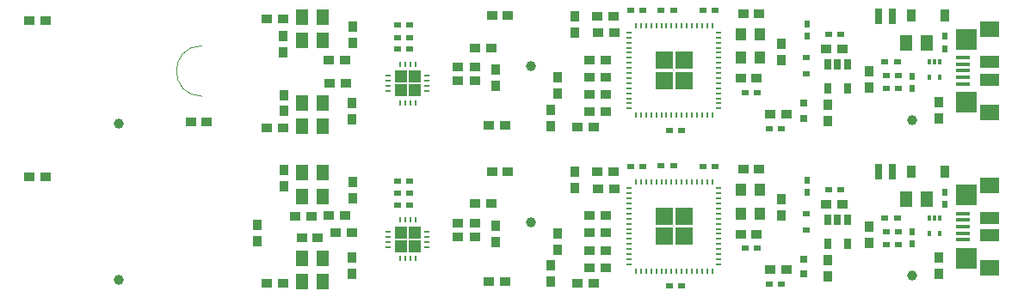
<source format=gtp>
G04*
G04 #@! TF.GenerationSoftware,Altium Limited,Altium Designer,19.1.9 (167)*
G04*
G04 Layer_Color=8421504*
%FSLAX24Y24*%
%MOIN*%
G70*
G01*
G75*
%ADD10C,0.0040*%
%ADD13R,0.0413X0.0512*%
%ADD14C,0.0394*%
%ADD15R,0.0256X0.0433*%
%ADD16R,0.0394X0.0374*%
%ADD17R,0.0374X0.0394*%
%ADD18R,0.0236X0.0315*%
%ADD19R,0.0748X0.0472*%
%ADD20R,0.0748X0.0630*%
%ADD21R,0.0787X0.0827*%
%ADD22R,0.0531X0.0157*%
%ADD23R,0.0118X0.0197*%
%ADD24R,0.0500X0.0630*%
%ADD26R,0.0098X0.0236*%
%ADD27R,0.0236X0.0098*%
%ADD28R,0.0394X0.0335*%
%ADD29O,0.0094X0.0236*%
%ADD30O,0.0236X0.0094*%
%ADD32R,0.0315X0.0236*%
%ADD33R,0.0256X0.0630*%
%ADD34R,0.0315X0.0315*%
%ADD35R,0.0360X0.0480*%
%ADD65R,0.0452X0.0452*%
%ADD66R,0.0704X0.0704*%
%ADD67R,0.0276X0.0236*%
%ADD68R,0.0010X0.0010*%
D10*
X8268Y9672D02*
G03*
X8268Y7712I0J-980D01*
G01*
D13*
X29156Y10121D02*
D03*
X29884Y9216D02*
D03*
Y10121D02*
D03*
X29156Y9216D02*
D03*
Y4071D02*
D03*
X29884Y3166D02*
D03*
Y4071D02*
D03*
X29156Y3166D02*
D03*
D14*
X5050Y6640D02*
D03*
X21010Y8880D02*
D03*
X35770Y6790D02*
D03*
X5050Y590D02*
D03*
X21010Y2830D02*
D03*
X35770Y740D02*
D03*
D15*
X33274Y8018D02*
D03*
X32526D02*
D03*
Y8962D02*
D03*
X32900D02*
D03*
X33274D02*
D03*
Y1968D02*
D03*
X32526D02*
D03*
Y2912D02*
D03*
X32900D02*
D03*
X33274D02*
D03*
D16*
X19502Y10839D02*
D03*
X20132D02*
D03*
X11425Y6490D02*
D03*
X10795D02*
D03*
X13835Y8210D02*
D03*
X13205D02*
D03*
X13185Y9120D02*
D03*
X13815D02*
D03*
X11425Y10730D02*
D03*
X10795D02*
D03*
X29235Y10930D02*
D03*
X29865D02*
D03*
X19472Y9589D02*
D03*
X18842D02*
D03*
X23275Y7110D02*
D03*
X23905D02*
D03*
X23275Y7780D02*
D03*
X23905D02*
D03*
X23275Y8450D02*
D03*
X23905D02*
D03*
X23275Y9120D02*
D03*
X23905D02*
D03*
X19372Y6569D02*
D03*
X20002D02*
D03*
X23585Y10820D02*
D03*
X24215D02*
D03*
X23605Y10170D02*
D03*
X24235D02*
D03*
X30285Y7020D02*
D03*
X30915D02*
D03*
X29135Y8410D02*
D03*
X29765D02*
D03*
X2223Y10649D02*
D03*
X1593D02*
D03*
X7835Y6710D02*
D03*
X8465D02*
D03*
X33085Y9550D02*
D03*
X32455D02*
D03*
X23435Y6500D02*
D03*
X22805D02*
D03*
X19502Y4789D02*
D03*
X20132D02*
D03*
X12515Y3060D02*
D03*
X11885D02*
D03*
X12135Y2230D02*
D03*
X12765D02*
D03*
X14075Y2430D02*
D03*
X13445D02*
D03*
X10785Y440D02*
D03*
X11415D02*
D03*
X13185Y3070D02*
D03*
X13815D02*
D03*
X29235Y4880D02*
D03*
X29865D02*
D03*
X19472Y3539D02*
D03*
X18842D02*
D03*
X23275Y1060D02*
D03*
X23905D02*
D03*
X23275Y1730D02*
D03*
X23905D02*
D03*
X23275Y2400D02*
D03*
X23905D02*
D03*
X23275Y3070D02*
D03*
X23905D02*
D03*
X19372Y519D02*
D03*
X20002D02*
D03*
X23585Y4770D02*
D03*
X24215D02*
D03*
X23605Y4120D02*
D03*
X24235D02*
D03*
X30285Y970D02*
D03*
X30915D02*
D03*
X29135Y2360D02*
D03*
X29765D02*
D03*
X2223Y4599D02*
D03*
X1593D02*
D03*
X33085Y3500D02*
D03*
X32455D02*
D03*
X23435Y450D02*
D03*
X22805D02*
D03*
D17*
X11430Y9425D02*
D03*
Y10055D02*
D03*
X14120Y9795D02*
D03*
Y10425D02*
D03*
X11460Y7765D02*
D03*
Y7135D02*
D03*
X14100Y6805D02*
D03*
Y7435D02*
D03*
X21770Y6565D02*
D03*
Y7195D02*
D03*
X22050Y8445D02*
D03*
Y7815D02*
D03*
X36810Y6865D02*
D03*
Y7495D02*
D03*
X30707Y9124D02*
D03*
Y9754D02*
D03*
X32520Y6755D02*
D03*
Y7385D02*
D03*
X34110Y8695D02*
D03*
Y8065D02*
D03*
X22720Y10195D02*
D03*
Y10825D02*
D03*
X19637Y8114D02*
D03*
Y8744D02*
D03*
X14120Y3745D02*
D03*
Y4375D02*
D03*
X11440Y4215D02*
D03*
Y4845D02*
D03*
X14100Y825D02*
D03*
Y1455D02*
D03*
X21770Y515D02*
D03*
Y1145D02*
D03*
X22050Y2395D02*
D03*
Y1765D02*
D03*
X36810Y815D02*
D03*
Y1445D02*
D03*
X10430Y2095D02*
D03*
Y2725D02*
D03*
X30707Y3074D02*
D03*
Y3704D02*
D03*
X32520Y705D02*
D03*
Y1335D02*
D03*
X34110Y2645D02*
D03*
Y2015D02*
D03*
X22720Y4145D02*
D03*
Y4775D02*
D03*
X19637Y2064D02*
D03*
Y2694D02*
D03*
D18*
X35798Y8496D02*
D03*
Y8024D02*
D03*
X31720Y10044D02*
D03*
Y10516D02*
D03*
X37040Y10036D02*
D03*
Y9564D02*
D03*
X35798Y2446D02*
D03*
Y1974D02*
D03*
X31720Y3994D02*
D03*
Y4466D02*
D03*
X37040Y3986D02*
D03*
Y3514D02*
D03*
D19*
X38795Y8365D02*
D03*
Y9034D02*
D03*
Y2315D02*
D03*
Y2984D02*
D03*
D20*
Y7085D02*
D03*
Y10314D02*
D03*
Y1035D02*
D03*
Y4264D02*
D03*
D21*
X37870Y7479D02*
D03*
Y9920D02*
D03*
Y1429D02*
D03*
Y3870D02*
D03*
D22*
X37742Y8188D02*
D03*
Y8444D02*
D03*
Y8700D02*
D03*
Y8955D02*
D03*
Y9211D02*
D03*
Y2138D02*
D03*
Y2394D02*
D03*
Y2650D02*
D03*
Y2905D02*
D03*
Y3161D02*
D03*
D23*
X36853Y8447D02*
D03*
X36459D02*
D03*
Y9038D02*
D03*
X36656D02*
D03*
X36853D02*
D03*
Y2397D02*
D03*
X36459D02*
D03*
Y2988D02*
D03*
X36656D02*
D03*
X36853D02*
D03*
D24*
X12954Y7456D02*
D03*
X12154D02*
D03*
X12950Y9880D02*
D03*
X12150D02*
D03*
X12950Y10790D02*
D03*
X12150D02*
D03*
X12954Y6556D02*
D03*
X12154D02*
D03*
X35560Y9770D02*
D03*
X36360D02*
D03*
X12954Y1406D02*
D03*
X12154D02*
D03*
X12950Y3830D02*
D03*
X12150D02*
D03*
X12950Y4740D02*
D03*
X12150D02*
D03*
X12954Y506D02*
D03*
X12154D02*
D03*
X35560Y3720D02*
D03*
X36360D02*
D03*
D26*
X16543Y7457D02*
D03*
X16346D02*
D03*
X16149D02*
D03*
X15952D02*
D03*
Y8953D02*
D03*
X16149D02*
D03*
X16346D02*
D03*
X16543D02*
D03*
Y1407D02*
D03*
X16346D02*
D03*
X16149D02*
D03*
X15952D02*
D03*
Y2903D02*
D03*
X16149D02*
D03*
X16346D02*
D03*
X16543D02*
D03*
D27*
X15499Y7910D02*
D03*
Y8107D02*
D03*
Y8304D02*
D03*
Y8501D02*
D03*
X16995D02*
D03*
Y8304D02*
D03*
Y8107D02*
D03*
Y7910D02*
D03*
X15499Y1860D02*
D03*
Y2057D02*
D03*
Y2254D02*
D03*
Y2451D02*
D03*
X16995D02*
D03*
Y2254D02*
D03*
Y2057D02*
D03*
Y1860D02*
D03*
D28*
X18849Y8303D02*
D03*
Y8835D02*
D03*
X18179Y8303D02*
D03*
Y8835D02*
D03*
X18849Y2253D02*
D03*
Y2785D02*
D03*
X18179Y2253D02*
D03*
Y2785D02*
D03*
D29*
X28039Y10445D02*
D03*
X27842D02*
D03*
X27645D02*
D03*
X27448D02*
D03*
X27251D02*
D03*
X27054D02*
D03*
X26858D02*
D03*
X26661D02*
D03*
X26464D02*
D03*
X26267D02*
D03*
X26070D02*
D03*
X25873D02*
D03*
X25676D02*
D03*
X25480D02*
D03*
X25283D02*
D03*
X25086D02*
D03*
Y6981D02*
D03*
X25283D02*
D03*
X25480D02*
D03*
X25676D02*
D03*
X25873D02*
D03*
X26070D02*
D03*
X26267D02*
D03*
X26464D02*
D03*
X26661D02*
D03*
X26858D02*
D03*
X27054D02*
D03*
X27251D02*
D03*
X27448D02*
D03*
X27645D02*
D03*
X27842D02*
D03*
X28039D02*
D03*
Y4395D02*
D03*
X27842D02*
D03*
X27645D02*
D03*
X27448D02*
D03*
X27251D02*
D03*
X27054D02*
D03*
X26858D02*
D03*
X26661D02*
D03*
X26464D02*
D03*
X26267D02*
D03*
X26070D02*
D03*
X25873D02*
D03*
X25676D02*
D03*
X25480D02*
D03*
X25283D02*
D03*
X25086D02*
D03*
Y931D02*
D03*
X25283D02*
D03*
X25480D02*
D03*
X25676D02*
D03*
X25873D02*
D03*
X26070D02*
D03*
X26267D02*
D03*
X26464D02*
D03*
X26661D02*
D03*
X26858D02*
D03*
X27054D02*
D03*
X27251D02*
D03*
X27448D02*
D03*
X27645D02*
D03*
X27842D02*
D03*
X28039D02*
D03*
D30*
X24830Y10190D02*
D03*
Y9993D02*
D03*
Y9796D02*
D03*
Y9599D02*
D03*
Y9402D02*
D03*
Y9205D02*
D03*
Y9008D02*
D03*
Y8811D02*
D03*
Y8615D02*
D03*
Y8418D02*
D03*
Y8221D02*
D03*
Y8024D02*
D03*
Y7827D02*
D03*
Y7630D02*
D03*
Y7433D02*
D03*
Y7236D02*
D03*
X28295D02*
D03*
Y7433D02*
D03*
Y7630D02*
D03*
Y7827D02*
D03*
Y8024D02*
D03*
Y8221D02*
D03*
Y8418D02*
D03*
Y8615D02*
D03*
Y8811D02*
D03*
Y9008D02*
D03*
Y9205D02*
D03*
Y9402D02*
D03*
Y9599D02*
D03*
Y9796D02*
D03*
Y9993D02*
D03*
Y10190D02*
D03*
X24830Y4140D02*
D03*
Y3943D02*
D03*
Y3746D02*
D03*
Y3549D02*
D03*
Y3352D02*
D03*
Y3155D02*
D03*
Y2958D02*
D03*
Y2761D02*
D03*
Y2564D02*
D03*
Y2368D02*
D03*
Y2171D02*
D03*
Y1974D02*
D03*
Y1777D02*
D03*
Y1580D02*
D03*
Y1383D02*
D03*
Y1186D02*
D03*
X28295D02*
D03*
Y1383D02*
D03*
Y1580D02*
D03*
Y1777D02*
D03*
Y1974D02*
D03*
Y2171D02*
D03*
Y2368D02*
D03*
Y2564D02*
D03*
Y2761D02*
D03*
Y2958D02*
D03*
Y3155D02*
D03*
Y3352D02*
D03*
Y3549D02*
D03*
Y3746D02*
D03*
Y3943D02*
D03*
Y4140D02*
D03*
D32*
X30244Y6450D02*
D03*
X30716D02*
D03*
X28156Y11040D02*
D03*
X27684D02*
D03*
X35256Y8510D02*
D03*
X34784D02*
D03*
X34784Y8010D02*
D03*
X35256D02*
D03*
X34734Y9040D02*
D03*
X35206D02*
D03*
X15851Y9995D02*
D03*
X16323D02*
D03*
X26384Y6390D02*
D03*
X26856D02*
D03*
X25356Y11040D02*
D03*
X24884D02*
D03*
X26064Y11050D02*
D03*
X26536D02*
D03*
X29786Y7850D02*
D03*
X29314D02*
D03*
X15851Y10475D02*
D03*
X16323D02*
D03*
X33016Y10130D02*
D03*
X32544D02*
D03*
X16323Y9535D02*
D03*
X15851D02*
D03*
X30244Y400D02*
D03*
X30716D02*
D03*
X28156Y4990D02*
D03*
X27684D02*
D03*
X35256Y2460D02*
D03*
X34784D02*
D03*
X34784Y1960D02*
D03*
X35256D02*
D03*
X34734Y2990D02*
D03*
X35206D02*
D03*
X15851Y3945D02*
D03*
X16323D02*
D03*
X26384Y340D02*
D03*
X26856D02*
D03*
X25356Y4990D02*
D03*
X24884D02*
D03*
X26064Y5000D02*
D03*
X26536D02*
D03*
X29786Y1800D02*
D03*
X29314D02*
D03*
X15851Y4425D02*
D03*
X16323D02*
D03*
X33016Y4080D02*
D03*
X32544D02*
D03*
X16323Y3485D02*
D03*
X15851D02*
D03*
D33*
X35006Y10820D02*
D03*
X34474D02*
D03*
X35006Y4770D02*
D03*
X34474D02*
D03*
D34*
X31590Y6855D02*
D03*
Y7445D02*
D03*
Y805D02*
D03*
Y1395D02*
D03*
D35*
X35745Y10840D02*
D03*
X37035D02*
D03*
X35745Y4790D02*
D03*
X37035D02*
D03*
D65*
X15982Y7940D02*
D03*
X16513D02*
D03*
Y8471D02*
D03*
X15982D02*
D03*
Y1890D02*
D03*
X16513D02*
D03*
Y2421D02*
D03*
X15982D02*
D03*
D66*
X26171Y8322D02*
D03*
Y9104D02*
D03*
X26954D02*
D03*
Y8322D02*
D03*
X26171Y2272D02*
D03*
Y3054D02*
D03*
X26954D02*
D03*
Y2272D02*
D03*
D67*
X31700Y8575D02*
D03*
Y9205D02*
D03*
Y2525D02*
D03*
Y3155D02*
D03*
D68*
X26562Y8713D02*
D03*
Y2663D02*
D03*
M02*

</source>
